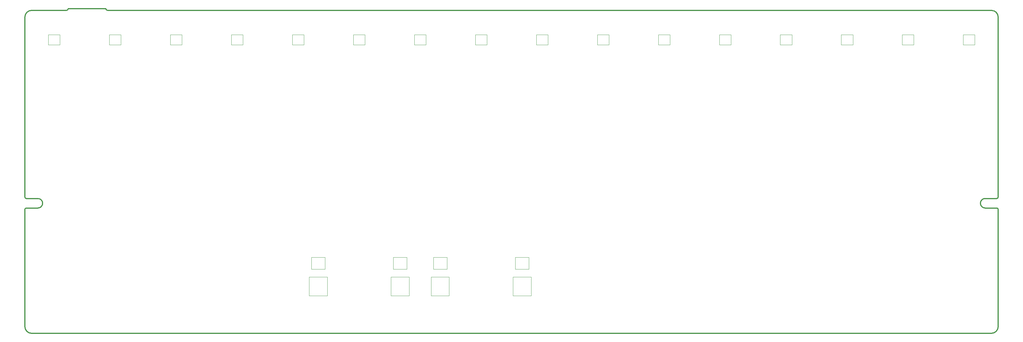
<source format=gm1>
G04 #@! TF.GenerationSoftware,KiCad,Pcbnew,(5.1.10-1-10_14)*
G04 #@! TF.CreationDate,2021-11-20T18:36:26+09:00*
G04 #@! TF.ProjectId,nora,6e6f7261-2e6b-4696-9361-645f70636258,v.0.1*
G04 #@! TF.SameCoordinates,Original*
G04 #@! TF.FileFunction,Profile,NP*
%FSLAX46Y46*%
G04 Gerber Fmt 4.6, Leading zero omitted, Abs format (unit mm)*
G04 Created by KiCad (PCBNEW (5.1.10-1-10_14)) date 2021-11-20 18:36:26*
%MOMM*%
%LPD*%
G01*
G04 APERTURE LIST*
G04 #@! TA.AperFunction,Profile*
%ADD10C,0.120000*%
G04 #@! TD*
G04 #@! TA.AperFunction,Profile*
%ADD11C,0.300000*%
G04 #@! TD*
G04 APERTURE END LIST*
D10*
X134476552Y-98375520D02*
X134476552Y-94875520D01*
X130476552Y-94875520D02*
X130476552Y-98375520D01*
X130476552Y-98375520D02*
X134476552Y-98375520D01*
X130476552Y-94875520D02*
X134476552Y-94875520D01*
X129826552Y-100675520D02*
X129826552Y-106175520D01*
X135126552Y-106175520D02*
X135126552Y-100675520D01*
X129826552Y-100675520D02*
X135126552Y-100675520D01*
X129826552Y-106175520D02*
X135126552Y-106175520D01*
X110476552Y-98375520D02*
X110476552Y-94875520D01*
X106476552Y-94875520D02*
X106476552Y-98375520D01*
X106476552Y-98375520D02*
X110476552Y-98375520D01*
X106476552Y-94875520D02*
X110476552Y-94875520D01*
X105826552Y-100675520D02*
X105826552Y-106175520D01*
X111126552Y-106175520D02*
X111126552Y-100675520D01*
X105826552Y-100675520D02*
X111126552Y-100675520D01*
X105826552Y-106175520D02*
X111126552Y-106175520D01*
X170195304Y-98375520D02*
X170195304Y-94875520D01*
X166195304Y-94875520D02*
X166195304Y-98375520D01*
X166195304Y-98375520D02*
X170195304Y-98375520D01*
X166195304Y-94875520D02*
X170195304Y-94875520D01*
X165545304Y-100675520D02*
X165545304Y-106175520D01*
X170845304Y-106175520D02*
X170845304Y-100675520D01*
X165545304Y-100675520D02*
X170845304Y-100675520D01*
X165545304Y-106175520D02*
X170845304Y-106175520D01*
X146195304Y-98375520D02*
X146195304Y-94875520D01*
X142195304Y-94875520D02*
X142195304Y-98375520D01*
X142195304Y-98375520D02*
X146195304Y-98375520D01*
X142195304Y-94875520D02*
X146195304Y-94875520D01*
X141545304Y-100675520D02*
X141545304Y-106175520D01*
X146845304Y-106175520D02*
X146845304Y-100675520D01*
X141545304Y-100675520D02*
X146845304Y-100675520D01*
X141545304Y-106175520D02*
X146845304Y-106175520D01*
D11*
X305600000Y-117150000D02*
X24600000Y-117150000D01*
X24600000Y-22550000D02*
X34800000Y-22550000D01*
X35300000Y-22050000D02*
X46300000Y-22050000D01*
X303800000Y-77650000D02*
X307200000Y-77650000D01*
X303800000Y-80450000D02*
X307200000Y-80450000D01*
X307600000Y-77250000D02*
X307600000Y-24550000D01*
X307600000Y-80850000D02*
X307600000Y-115150000D01*
X22600000Y-77250000D02*
X22600000Y-24550000D01*
X26400000Y-77650000D02*
X23000000Y-77650000D01*
X23000000Y-80450000D02*
X26400000Y-80450000D01*
X22600000Y-115150000D02*
X22600000Y-80850000D01*
X305600000Y-22550000D02*
X46800000Y-22550000D01*
X307200000Y-80450000D02*
G75*
G02*
X307600000Y-80850000I0J-400000D01*
G01*
X307600000Y-77250000D02*
G75*
G02*
X307200000Y-77650000I-400000J0D01*
G01*
X22600000Y-80850000D02*
G75*
G02*
X23000000Y-80450000I400000J0D01*
G01*
X23000000Y-77650000D02*
G75*
G02*
X22600000Y-77250000I0J400000D01*
G01*
X24600000Y-22550000D02*
G75*
G03*
X22600000Y-24550000I0J-2000000D01*
G01*
X22600000Y-115150000D02*
G75*
G03*
X24600000Y-117150000I2000000J0D01*
G01*
X305600000Y-117150000D02*
G75*
G03*
X307600000Y-115150000I0J2000000D01*
G01*
X307600000Y-24550000D02*
G75*
G03*
X305600000Y-22550000I-2000000J0D01*
G01*
X27800000Y-79050000D02*
G75*
G03*
X26400000Y-77650000I-1400000J0D01*
G01*
X302400000Y-79050000D02*
G75*
G02*
X303800000Y-77650000I1400000J0D01*
G01*
X303800000Y-80450000D02*
G75*
G02*
X302400000Y-79050000I0J1400000D01*
G01*
X26400000Y-80450000D02*
G75*
G03*
X27800000Y-79050000I0J1400000D01*
G01*
X34800000Y-22550000D02*
G75*
G03*
X35300000Y-22050000I0J500000D01*
G01*
X46300000Y-22050000D02*
G75*
G03*
X46800000Y-22550000I500000J0D01*
G01*
D10*
X32875000Y-32675520D02*
X29475000Y-32675520D01*
X32875000Y-29675520D02*
X32875000Y-32675520D01*
X29475000Y-29675520D02*
X32875000Y-29675520D01*
X29475000Y-32675520D02*
X29475000Y-29675520D01*
X50734333Y-32675520D02*
X47334333Y-32675520D01*
X50734333Y-29675520D02*
X50734333Y-32675520D01*
X47334333Y-29675520D02*
X50734333Y-29675520D01*
X47334333Y-32675520D02*
X47334333Y-29675520D01*
X68593666Y-32675520D02*
X65193666Y-32675520D01*
X68593666Y-29675520D02*
X68593666Y-32675520D01*
X65193666Y-29675520D02*
X68593666Y-29675520D01*
X65193666Y-32675520D02*
X65193666Y-29675520D01*
X86452999Y-32675520D02*
X83052999Y-32675520D01*
X86452999Y-29675520D02*
X86452999Y-32675520D01*
X83052999Y-29675520D02*
X86452999Y-29675520D01*
X83052999Y-32675520D02*
X83052999Y-29675520D01*
X104312332Y-32675520D02*
X100912332Y-32675520D01*
X104312332Y-29675520D02*
X104312332Y-32675520D01*
X100912332Y-29675520D02*
X104312332Y-29675520D01*
X100912332Y-32675520D02*
X100912332Y-29675520D01*
X122171665Y-32675520D02*
X118771665Y-32675520D01*
X122171665Y-29675520D02*
X122171665Y-32675520D01*
X118771665Y-29675520D02*
X122171665Y-29675520D01*
X118771665Y-32675520D02*
X118771665Y-29675520D01*
X140030998Y-32675520D02*
X136630998Y-32675520D01*
X140030998Y-29675520D02*
X140030998Y-32675520D01*
X136630998Y-29675520D02*
X140030998Y-29675520D01*
X136630998Y-32675520D02*
X136630998Y-29675520D01*
X157890331Y-32675520D02*
X154490331Y-32675520D01*
X157890331Y-29675520D02*
X157890331Y-32675520D01*
X154490331Y-29675520D02*
X157890331Y-29675520D01*
X154490331Y-32675520D02*
X154490331Y-29675520D01*
X175749664Y-32675520D02*
X172349664Y-32675520D01*
X175749664Y-29675520D02*
X175749664Y-32675520D01*
X172349664Y-29675520D02*
X175749664Y-29675520D01*
X172349664Y-32675520D02*
X172349664Y-29675520D01*
X193608997Y-32675520D02*
X190208997Y-32675520D01*
X193608997Y-29675520D02*
X193608997Y-32675520D01*
X190208997Y-29675520D02*
X193608997Y-29675520D01*
X190208997Y-32675520D02*
X190208997Y-29675520D01*
X211468330Y-32675520D02*
X208068330Y-32675520D01*
X211468330Y-29675520D02*
X211468330Y-32675520D01*
X208068330Y-29675520D02*
X211468330Y-29675520D01*
X208068330Y-32675520D02*
X208068330Y-29675520D01*
X229327663Y-32675520D02*
X225927663Y-32675520D01*
X229327663Y-29675520D02*
X229327663Y-32675520D01*
X225927663Y-29675520D02*
X229327663Y-29675520D01*
X225927663Y-32675520D02*
X225927663Y-29675520D01*
X247186996Y-32675520D02*
X243786996Y-32675520D01*
X247186996Y-29675520D02*
X247186996Y-32675520D01*
X243786996Y-29675520D02*
X247186996Y-29675520D01*
X243786996Y-32675520D02*
X243786996Y-29675520D01*
X265046329Y-32675520D02*
X261646329Y-32675520D01*
X265046329Y-29675520D02*
X265046329Y-32675520D01*
X261646329Y-29675520D02*
X265046329Y-29675520D01*
X261646329Y-32675520D02*
X261646329Y-29675520D01*
X282905662Y-32675520D02*
X279505662Y-32675520D01*
X282905662Y-29675520D02*
X282905662Y-32675520D01*
X279505662Y-29675520D02*
X282905662Y-29675520D01*
X279505662Y-32675520D02*
X279505662Y-29675520D01*
X300765000Y-32675520D02*
X297365000Y-32675520D01*
X300765000Y-29675520D02*
X300765000Y-32675520D01*
X297365000Y-29675520D02*
X300765000Y-29675520D01*
X297365000Y-32675520D02*
X297365000Y-29675520D01*
M02*

</source>
